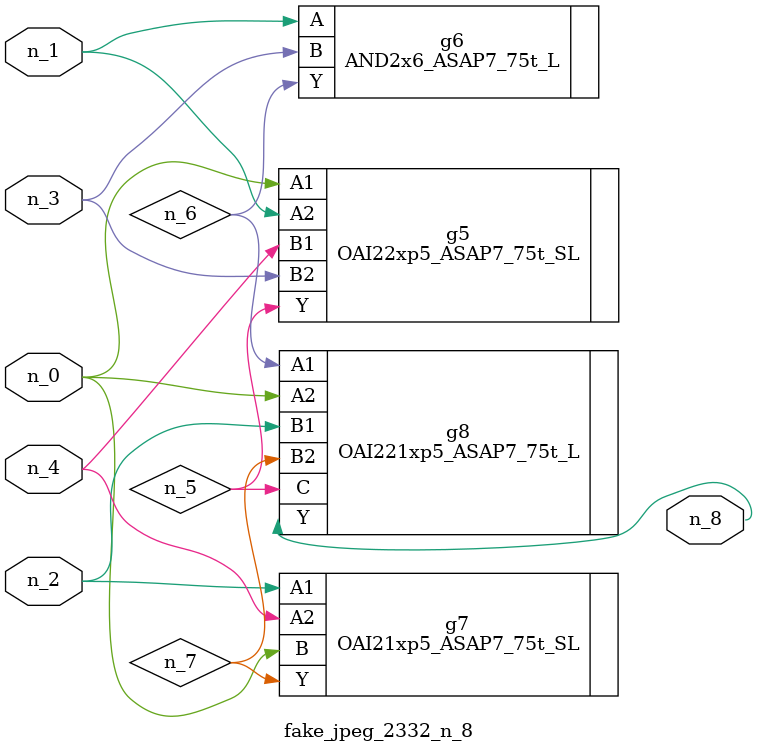
<source format=v>
module fake_jpeg_2332_n_8 (n_3, n_2, n_1, n_0, n_4, n_8);

input n_3;
input n_2;
input n_1;
input n_0;
input n_4;

output n_8;

wire n_6;
wire n_5;
wire n_7;

OAI22xp5_ASAP7_75t_SL g5 ( 
.A1(n_0),
.A2(n_1),
.B1(n_4),
.B2(n_3),
.Y(n_5)
);

AND2x6_ASAP7_75t_L g6 ( 
.A(n_1),
.B(n_3),
.Y(n_6)
);

OAI21xp5_ASAP7_75t_SL g7 ( 
.A1(n_2),
.A2(n_4),
.B(n_0),
.Y(n_7)
);

OAI221xp5_ASAP7_75t_L g8 ( 
.A1(n_6),
.A2(n_0),
.B1(n_2),
.B2(n_7),
.C(n_5),
.Y(n_8)
);


endmodule
</source>
